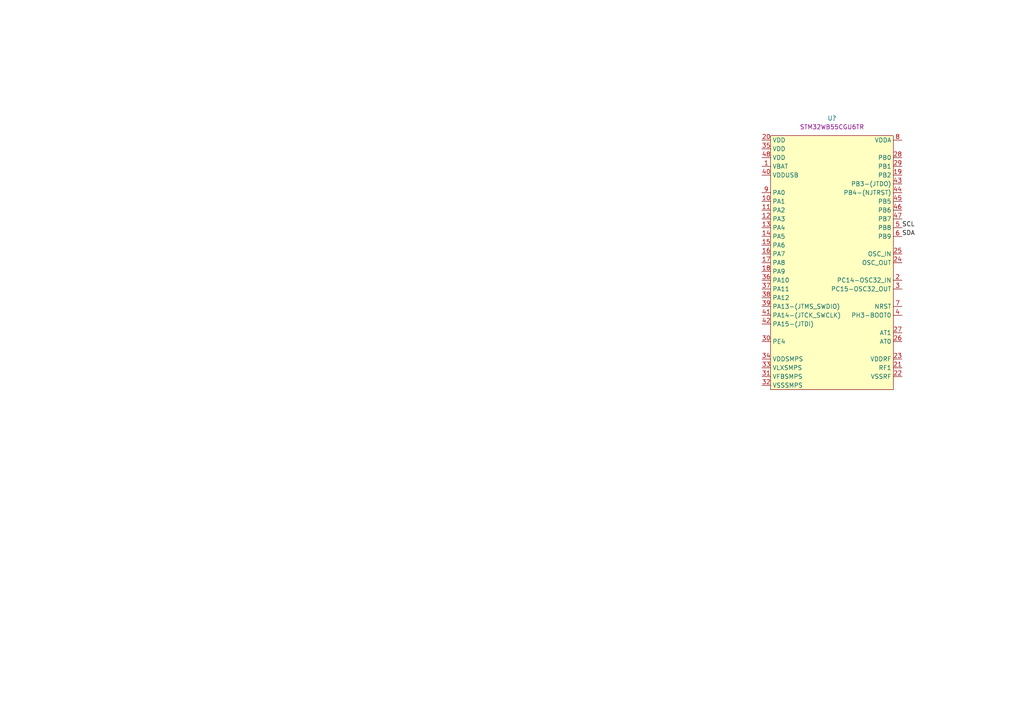
<source format=kicad_sch>
(kicad_sch (version 20230121) (generator eeschema)
  (paper "A4")
  (lib_symbols
    (symbol "snoopy:STM32WB55CGU6TR"
      (property "Reference" "U" (at 0 -27.94 0))
      (property "Name" "STM32WB55CGU6TR" (at 0 48.26 0))
      (symbol "STM32WB55CGU6TR_0_1"
        (rectangle (start -17.78 46.99) (end 17.78 -26.67) (fill (type background)))
      )
      (symbol "STM32WB55CGU6TR_1_1"
        (pin power_in line (at -20.32 38.1 0) (length 2.54) (name "VBAT") (number "1"))
        (pin bidirectional line (at -20.32 27.94 0) (length 2.54) (name "PA1") (number "10"))
        (pin bidirectional line (at -20.32 25.4 0) (length 2.54) (name "PA2") (number "11"))
        (pin bidirectional line (at -20.32 22.86 0) (length 2.54) (name "PA3") (number "12"))
        (pin bidirectional line (at -20.32 20.32 0) (length 2.54) (name "PA4") (number "13"))
        (pin bidirectional line (at -20.32 17.78 0) (length 2.54) (name "PA5") (number "14"))
        (pin bidirectional line (at -20.32 15.24 0) (length 2.54) (name "PA6") (number "15"))
        (pin bidirectional line (at -20.32 12.7 0) (length 2.54) (name "PA7") (number "16"))
        (pin bidirectional line (at -20.32 10.16 0) (length 2.54) (name "PA8") (number "17"))
        (pin bidirectional line (at -20.32 7.62 0) (length 2.54) (name "PA9") (number "18"))
        (pin bidirectional line (at 20.32 35.56 180) (length 2.54) (name "PB2") (number "19"))
        (pin bidirectional line (at 20.32 5.08 180) (length 2.54) (name "PC14-OSC32_IN") (number "2"))
        (pin power_in line (at -20.32 45.72 0) (length 2.54) (name "VDD") (number "20"))
        (pin bidirectional line (at 20.32 -20.32 180) (length 2.54) (name "RF1") (number "21"))
        (pin power_in line (at 20.32 -22.86 180) (length 2.54) (name "VSSRF") (number "22"))
        (pin power_in line (at 20.32 -17.78 180) (length 2.54) (name "VDDRF") (number "23"))
        (pin output line (at 20.32 10.16 180) (length 2.54) (name "OSC_OUT") (number "24"))
        (pin input line (at 20.32 12.7 180) (length 2.54) (name "OSC_IN") (number "25"))
        (pin output line (at 20.32 -12.7 180) (length 2.54) (name "AT0") (number "26"))
        (pin output line (at 20.32 -10.16 180) (length 2.54) (name "AT1") (number "27"))
        (pin bidirectional line (at 20.32 40.64 180) (length 2.54) (name "PB0") (number "28"))
        (pin bidirectional line (at 20.32 38.1 180) (length 2.54) (name "PB1") (number "29"))
        (pin bidirectional line (at 20.32 2.54 180) (length 2.54) (name "PC15-OSC32_OUT") (number "3"))
        (pin bidirectional line (at -20.32 -12.7 0) (length 2.54) (name "PE4") (number "30"))
        (pin power_in line (at -20.32 -22.86 0) (length 2.54) (name "VFBSMPS") (number "31"))
        (pin power_in line (at -20.32 -25.4 0) (length 2.54) (name "VSSSMPS") (number "32"))
        (pin power_in line (at -20.32 -20.32 0) (length 2.54) (name "VLXSMPS") (number "33"))
        (pin power_in line (at -20.32 -17.78 0) (length 2.54) (name "VDDSMPS") (number "34"))
        (pin power_in line (at -20.32 43.18 0) (length 2.54) (name "VDD") (number "35"))
        (pin bidirectional line (at -20.32 5.08 0) (length 2.54) (name "PA10") (number "36"))
        (pin bidirectional line (at -20.32 2.54 0) (length 2.54) (name "PA11") (number "37"))
        (pin bidirectional line (at -20.32 0 0) (length 2.54) (name "PA12") (number "38"))
        (pin bidirectional line (at -20.32 -2.54 0) (length 2.54) (name "PA13-(JTMS_SWDIO)") (number "39"))
        (pin bidirectional line (at 20.32 -5.08 180) (length 2.54) (name "PH3-BOOT0") (number "4"))
        (pin bidirectional line (at -20.32 35.56 0) (length 2.54) (name "VDDUSB") (number "40"))
        (pin bidirectional line (at -20.32 -5.08 0) (length 2.54) (name "PA14-(JTCK_SWCLK)") (number "41"))
        (pin bidirectional line (at -20.32 -7.62 0) (length 2.54) (name "PA15-(JTDI)") (number "42"))
        (pin bidirectional line (at 20.32 33.02 180) (length 2.54) (name "PB3-(JTDO)") (number "43"))
        (pin bidirectional line (at 20.32 30.48 180) (length 2.54) (name "PB4-(NJTRST)") (number "44"))
        (pin bidirectional line (at 20.32 27.94 180) (length 2.54) (name "PB5") (number "45"))
        (pin bidirectional line (at 20.32 25.4 180) (length 2.54) (name "PB6") (number "46"))
        (pin bidirectional line (at 20.32 22.86 180) (length 2.54) (name "PB7") (number "47"))
        (pin power_in line (at -20.32 40.64 0) (length 2.54) (name "VDD") (number "48"))
        (pin bidirectional line (at 20.32 20.32 180) (length 2.54) (name "PB8") (number "5"))
        (pin bidirectional line (at 20.32 17.78 180) (length 2.54) (name "PB9") (number "6"))
        (pin bidirectional line (at 20.32 -2.54 180) (length 2.54) (name "NRST") (number "7"))
        (pin power_in line (at 20.32 45.72 180) (length 2.54) (name "VDDA") (number "8"))
        (pin bidirectional line (at -20.32 30.48 0) (length 2.54) (name "PA0") (number "9"))
      )
    )
  )
  (label "SDA" (at 261.62 68.58 0))
  (label "SCL" (at 261.62 66.04 0))
  (symbol (lib_id "snoopy:STM32WB55CGU6TR") (at 241.3 86.36 0) (unit 1)
    (property "Reference" "U?" (at 241.3 34.29 0))
    (property "Value" "STM32WB55CGU6TR" (effects hide))
    (property "Datasheet" "https://www.st.com/resource/en/datasheet/stm32wb55cc.pdf" (effects hide))
    (property "Name" "STM32WB55CGU6TR" (at 241.3 36.83 0))
    (property "Link (DigiKey)" "https://www.digikey.com/en/products/detail/stmicroelectronics/STM32WB55CGU6TR/10326853" (effects hide))
    (property "Identifier (DigiKey)" "497-STM32WB55CGU6TRCT-ND" (effects hide))
    (property "Description (DigiKey)" "IC RF TxRx + MCU 802.15.4, Bluetooth Bluetooth v5.3, Thread, Zigbee® 2.405GHz ~ 2.48GHz 48-UFQFN Exposed Pad Cut Tape" (effects hide))
  )
)
</source>
